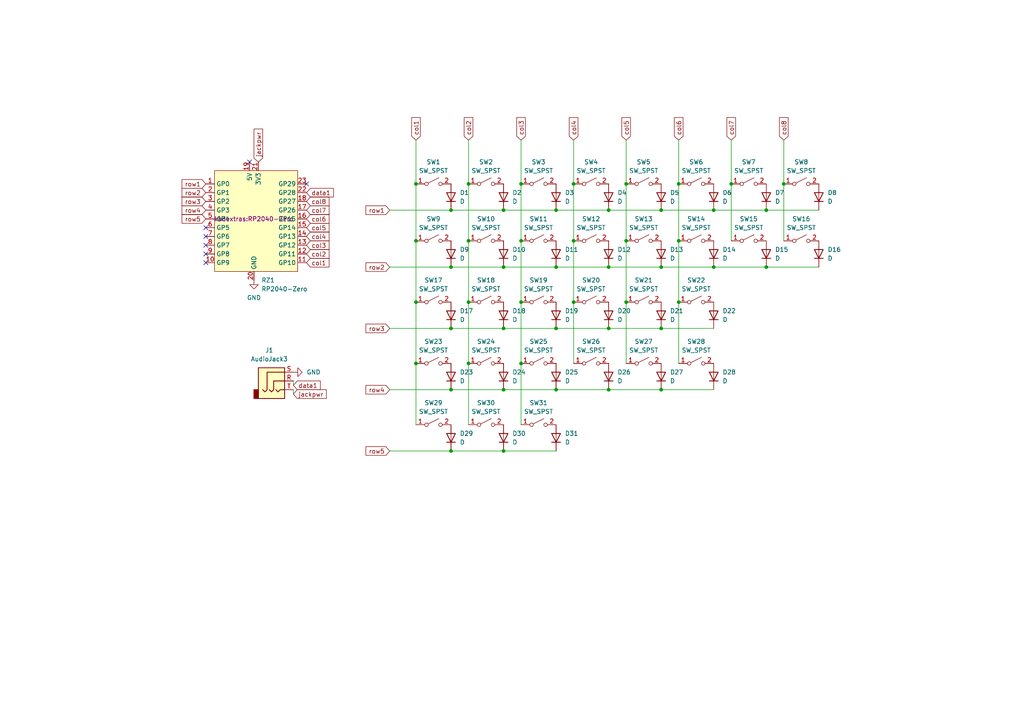
<source format=kicad_sch>
(kicad_sch (version 20250114) (generator "eeschema") (generator_version "9.0")
  (paper "A4")
  (lib_symbols
    (symbol "Connector_Audio:AudioJack3"
      (property "Reference" "J" (at 0 8.89 0))
      (property "Value" "AudioJack3" (at 0 6.35 0))
      (symbol "AudioJack3_0_1"
        (rectangle (start -5.08 -5.08) (end -6.35 -2.54) (stroke (width 0.254)) (fill (type outline)))
        (polyline (pts (xy -1.905 -2.54) (xy -1.27 -3.175) (xy -0.635 -2.54) (xy -0.635 0) (xy 2.54 0)) (stroke (width 0.254)))
        (polyline (pts (xy 0 -2.54) (xy 0.635 -3.175) (xy 1.27 -2.54) (xy 2.54 -2.54)) (stroke (width 0.254)))
        (rectangle (start 2.54 3.81) (end -5.08 -5.08) (stroke (width 0.254)) (fill (type background)))
        (polyline (pts (xy 2.54 2.54) (xy -2.54 2.54) (xy -2.54 -2.54) (xy -3.175 -3.175) (xy -3.81 -2.54)) (stroke (width 0.254)))
      )
      (symbol "AudioJack3_1_1"
        (pin passive line (at 5.08 2.54 180) (length 2.54) (name "~") (number "S"))
        (pin passive line (at 5.08 0 180) (length 2.54) (name "~") (number "R"))
        (pin passive line (at 5.08 -2.54 180) (length 2.54) (name "~") (number "T"))
      )
    )
    (symbol "Device:D" (pin_numbers (hide yes)) (pin_names (offset 1.016) (hide yes))
      (property "Reference" "D" (at 0 2.54 0))
      (property "Value" "D" (at 0 -2.54 0))
      (symbol "D_0_1"
        (polyline (pts (xy -1.27 1.27) (xy -1.27 -1.27)) (stroke (width 0.254)))
        (polyline (pts (xy 1.27 1.27) (xy 1.27 -1.27) (xy -1.27 0) (xy 1.27 1.27)) (stroke (width 0.254)))
        (polyline (pts (xy 1.27 0) (xy -1.27 0)))
      )
      (symbol "D_1_1"
        (pin passive line (at -3.81 0 0) (length 2.54) (name "K") (number "1"))
        (pin passive line (at 3.81 0 180) (length 2.54) (name "A") (number "2"))
      )
    )
    (symbol "Switch:SW_SPST" (pin_names (offset 0) (hide yes))
      (property "Reference" "SW" (at 0 3.175 0))
      (property "Value" "SW_SPST" (at 0 -2.54 0))
      (symbol "SW_SPST_0_0"
        (circle (center -2.032 0) (radius 0.508))
        (polyline (pts (xy -1.524 0.254) (xy 1.524 1.778)))
        (circle (center 2.032 0) (radius 0.508))
      )
      (symbol "SW_SPST_1_1"
        (pin passive line (at -5.08 0 0) (length 2.54) (name "A") (number "1"))
        (pin passive line (at 5.08 0 180) (length 2.54) (name "B") (number "2"))
      )
    )
    (symbol "picos:RP2040-Zero"
      (property "Reference" "RZ" (at 0 0 0))
      (property "Value" "RP2040-Zero" (at 0 -2.54 0))
      (property "Footprint" "RP2040-Zero:RP2040-Zero" (at 0 0 0))
      (symbol "RP2040-Zero_0_1"
        (rectangle (start -11.43 -15.24) (end 12.7 13.97) (fill (type background)))
      )
      (symbol "RP2040-Zero_1_1"
        (pin bidirectional line (at -13.97 10.16 0) (length 2.54) (name "GP0") (number "1"))
        (pin bidirectional line (at -13.97 7.62 0) (length 2.54) (name "GP1") (number "2"))
        (pin bidirectional line (at -13.97 5.08 0) (length 2.54) (name "GP2") (number "3"))
        (pin bidirectional line (at -13.97 2.54 0) (length 2.54) (name "GP3") (number "4"))
        (pin bidirectional line (at -13.97 0 0) (length 2.54) (name "GP4") (number "5"))
        (pin bidirectional line (at -13.97 -2.54 0) (length 2.54) (name "GP5") (number "6"))
        (pin bidirectional line (at -13.97 -5.08 0) (length 2.54) (name "GP6") (number "7"))
        (pin bidirectional line (at -13.97 -7.62 0) (length 2.54) (name "GP7") (number "8"))
        (pin bidirectional line (at -13.97 -10.16 0) (length 2.54) (name "GP8") (number "9"))
        (pin bidirectional line (at -13.97 -12.7 0) (length 2.54) (name "GP9") (number "10"))
        (pin bidirectional line (at -1.27 16.51 270) (length 2.54) (name "5V") (number "19"))
        (pin power_in line (at 0 -17.78 90) (length 2.54) (name "GND") (number "20"))
        (pin power_in line (at 1.27 16.51 270) (length 2.54) (name "3V3") (number "21"))
        (pin bidirectional line (at 15.24 10.16 180) (length 2.54) (name "GP29") (number "23"))
        (pin bidirectional line (at 15.24 7.62 180) (length 2.54) (name "GP28") (number "22"))
        (pin bidirectional line (at 15.24 5.08 180) (length 2.54) (name "GP27") (number "18"))
        (pin bidirectional line (at 15.24 2.54 180) (length 2.54) (name "GP26") (number "17"))
        (pin bidirectional line (at 15.24 0 180) (length 2.54) (name "GP15") (number "16"))
        (pin bidirectional line (at 15.24 -2.54 180) (length 2.54) (name "GP14") (number "15"))
        (pin bidirectional line (at 15.24 -5.08 180) (length 2.54) (name "GP13") (number "14"))
        (pin bidirectional line (at 15.24 -7.62 180) (length 2.54) (name "GP12") (number "13"))
        (pin bidirectional line (at 15.24 -10.16 180) (length 2.54) (name "GP11") (number "12"))
        (pin bidirectional line (at 15.24 -12.7 180) (length 2.54) (name "GP10") (number "11"))
      )
    )
    (symbol "power:GND" (power) (pin_numbers (hide yes)) (pin_names (offset 0) (hide yes))
      (property "Value" "GND" (at 0 -3.81 0))
      (symbol "GND_0_1"
        (polyline (pts (xy 0 0) (xy 0 -1.27) (xy 1.27 -1.27) (xy 0 -2.54) (xy -1.27 -1.27) (xy 0 -1.27)))
      )
      (symbol "GND_1_1"
        (pin power_in line (at 0 0 270) (length 0) (name "~") (number "1"))
      )
    )
  )
  (junction (at 191.77 95.25))
  (junction (at 176.53 95.25))
  (junction (at 222.25 77.47))
  (junction (at 135.89 69.85))
  (junction (at 207.01 77.47))
  (junction (at 181.61 69.85))
  (junction (at 176.53 77.47))
  (junction (at 161.29 60.96))
  (junction (at 227.33 53.34))
  (junction (at 135.89 105.41))
  (junction (at 120.65 69.85))
  (junction (at 181.61 87.63))
  (junction (at 151.13 105.41))
  (junction (at 196.85 87.63))
  (junction (at 135.89 53.34))
  (junction (at 130.81 60.96))
  (junction (at 146.05 130.81))
  (junction (at 146.05 95.25))
  (junction (at 191.77 60.96))
  (junction (at 222.25 60.96))
  (junction (at 166.37 69.85))
  (junction (at 130.81 77.47))
  (junction (at 130.81 95.25))
  (junction (at 176.53 60.96))
  (junction (at 191.77 77.47))
  (junction (at 130.81 113.03))
  (junction (at 161.29 113.03))
  (junction (at 120.65 53.34))
  (junction (at 196.85 69.85))
  (junction (at 191.77 113.03))
  (junction (at 207.01 60.96))
  (junction (at 161.29 77.47))
  (junction (at 135.89 87.63))
  (junction (at 181.61 53.34))
  (junction (at 120.65 105.41))
  (junction (at 146.05 60.96))
  (junction (at 196.85 53.34))
  (junction (at 120.65 87.63))
  (junction (at 176.53 113.03))
  (junction (at 161.29 95.25))
  (junction (at 130.81 130.81))
  (junction (at 146.05 113.03))
  (junction (at 151.13 53.34))
  (junction (at 146.05 77.47))
  (junction (at 151.13 69.85))
  (junction (at 166.37 53.34))
  (junction (at 151.13 87.63))
  (junction (at 212.09 53.34))
  (junction (at 166.37 87.63))
  (no_connect (at 59.69 66.04))
  (no_connect (at 59.69 76.2))
  (no_connect (at 88.9 53.34))
  (no_connect (at 59.69 68.58))
  (no_connect (at 59.69 73.66))
  (no_connect (at 59.69 71.12))
  (no_connect (at 72.39 46.99))
  (wire (pts (xy 113.03 113.03) (xy 130.81 113.03)))
  (wire (pts (xy 166.37 40.64) (xy 166.37 53.34)))
  (wire (pts (xy 212.09 40.64) (xy 212.09 53.34)))
  (wire (pts (xy 151.13 40.64) (xy 151.13 53.34)))
  (wire (pts (xy 146.05 60.96) (xy 161.29 60.96)))
  (wire (pts (xy 161.29 95.25) (xy 176.53 95.25)))
  (wire (pts (xy 176.53 77.47) (xy 191.77 77.47)))
  (wire (pts (xy 191.77 113.03) (xy 207.01 113.03)))
  (wire (pts (xy 120.65 53.34) (xy 120.65 69.85)))
  (wire (pts (xy 191.77 77.47) (xy 207.01 77.47)))
  (wire (pts (xy 135.89 53.34) (xy 135.89 69.85)))
  (wire (pts (xy 135.89 69.85) (xy 135.89 87.63)))
  (wire (pts (xy 151.13 87.63) (xy 151.13 105.41)))
  (wire (pts (xy 227.33 53.34) (xy 227.33 69.85)))
  (wire (pts (xy 135.89 87.63) (xy 135.89 105.41)))
  (wire (pts (xy 113.03 130.81) (xy 130.81 130.81)))
  (wire (pts (xy 130.81 60.96) (xy 146.05 60.96)))
  (wire (pts (xy 222.25 60.96) (xy 237.49 60.96)))
  (wire (pts (xy 181.61 40.64) (xy 181.61 53.34)))
  (wire (pts (xy 151.13 53.34) (xy 151.13 69.85)))
  (wire (pts (xy 227.33 40.64) (xy 227.33 53.34)))
  (wire (pts (xy 85.09 113.03) (xy 85.09 114.3)))
  (wire (pts (xy 222.25 77.47) (xy 237.49 77.47)))
  (wire (pts (xy 151.13 105.41) (xy 151.13 123.19)))
  (wire (pts (xy 176.53 60.96) (xy 191.77 60.96)))
  (wire (pts (xy 196.85 87.63) (xy 196.85 105.41)))
  (wire (pts (xy 135.89 105.41) (xy 135.89 123.19)))
  (wire (pts (xy 196.85 53.34) (xy 196.85 69.85)))
  (wire (pts (xy 146.05 130.81) (xy 161.29 130.81)))
  (wire (pts (xy 120.65 69.85) (xy 120.65 87.63)))
  (wire (pts (xy 130.81 95.25) (xy 146.05 95.25)))
  (wire (pts (xy 181.61 53.34) (xy 181.61 69.85)))
  (wire (pts (xy 166.37 53.34) (xy 166.37 69.85)))
  (wire (pts (xy 196.85 69.85) (xy 196.85 87.63)))
  (wire (pts (xy 176.53 95.25) (xy 191.77 95.25)))
  (wire (pts (xy 161.29 60.96) (xy 176.53 60.96)))
  (wire (pts (xy 120.65 40.64) (xy 120.65 53.34)))
  (wire (pts (xy 196.85 40.64) (xy 196.85 53.34)))
  (wire (pts (xy 146.05 77.47) (xy 161.29 77.47)))
  (wire (pts (xy 146.05 113.03) (xy 161.29 113.03)))
  (wire (pts (xy 130.81 113.03) (xy 146.05 113.03)))
  (wire (pts (xy 191.77 95.25) (xy 207.01 95.25)))
  (wire (pts (xy 161.29 113.03) (xy 176.53 113.03)))
  (wire (pts (xy 120.65 105.41) (xy 120.65 123.19)))
  (wire (pts (xy 166.37 69.85) (xy 166.37 87.63)))
  (wire (pts (xy 176.53 113.03) (xy 191.77 113.03)))
  (wire (pts (xy 212.09 53.34) (xy 212.09 69.85)))
  (wire (pts (xy 151.13 69.85) (xy 151.13 87.63)))
  (wire (pts (xy 85.09 110.49) (xy 85.09 111.76)))
  (wire (pts (xy 207.01 60.96) (xy 222.25 60.96)))
  (wire (pts (xy 113.03 77.47) (xy 130.81 77.47)))
  (wire (pts (xy 130.81 77.47) (xy 146.05 77.47)))
  (wire (pts (xy 181.61 87.63) (xy 181.61 105.41)))
  (wire (pts (xy 135.89 40.64) (xy 135.89 53.34)))
  (wire (pts (xy 146.05 95.25) (xy 161.29 95.25)))
  (wire (pts (xy 113.03 95.25) (xy 130.81 95.25)))
  (wire (pts (xy 120.65 87.63) (xy 120.65 105.41)))
  (wire (pts (xy 130.81 130.81) (xy 146.05 130.81)))
  (wire (pts (xy 161.29 77.47) (xy 176.53 77.47)))
  (wire (pts (xy 166.37 87.63) (xy 166.37 105.41)))
  (wire (pts (xy 181.61 69.85) (xy 181.61 87.63)))
  (wire (pts (xy 191.77 60.96) (xy 207.01 60.96)))
  (wire (pts (xy 207.01 77.47) (xy 222.25 77.47)))
  (wire (pts (xy 113.03 60.96) (xy 130.81 60.96)))
  (global_label "col7" (shape input) (at 212.09 40.64 90) (property "Intersheetrefs" "${INTERSHEET_REFS}" (effects (hide yes))))
  (global_label "row5" (shape input) (at 59.69 63.5 180) (property "Intersheetrefs" "${INTERSHEET_REFS}" (effects (hide yes))))
  (global_label "jackpwr" (shape input) (at 74.93 46.99 90) (property "Intersheetrefs" "${INTERSHEET_REFS}" (effects (hide yes))))
  (global_label "row4" (shape input) (at 59.69 60.96 180) (property "Intersheetrefs" "${INTERSHEET_REFS}" (effects (hide yes))))
  (global_label "col4" (shape input) (at 88.9 68.58 0) (property "Intersheetrefs" "${INTERSHEET_REFS}" (effects (hide yes))))
  (global_label "col5" (shape input) (at 181.61 40.64 90) (property "Intersheetrefs" "${INTERSHEET_REFS}" (effects (hide yes))))
  (global_label "col3" (shape input) (at 151.13 40.64 90) (property "Intersheetrefs" "${INTERSHEET_REFS}" (effects (hide yes))))
  (global_label "jackpwr" (shape input) (at 85.09 114.3 0) (property "Intersheetrefs" "${INTERSHEET_REFS}" (effects (hide yes))))
  (global_label "col2" (shape input) (at 88.9 73.66 0) (property "Intersheetrefs" "${INTERSHEET_REFS}" (effects (hide yes))))
  (global_label "row1" (shape input) (at 113.03 60.96 180) (property "Intersheetrefs" "${INTERSHEET_REFS}" (effects (hide yes))))
  (global_label "col6" (shape input) (at 196.85 40.64 90) (property "Intersheetrefs" "${INTERSHEET_REFS}" (effects (hide yes))))
  (global_label "row3" (shape input) (at 113.03 95.25 180) (property "Intersheetrefs" "${INTERSHEET_REFS}" (effects (hide yes))))
  (global_label "col3" (shape input) (at 88.9 71.12 0) (property "Intersheetrefs" "${INTERSHEET_REFS}" (effects (hide yes))))
  (global_label "col6" (shape input) (at 88.9 63.5 0) (property "Intersheetrefs" "${INTERSHEET_REFS}" (effects (hide yes))))
  (global_label "col1" (shape input) (at 120.65 40.64 90) (property "Intersheetrefs" "${INTERSHEET_REFS}" (effects (hide yes))))
  (global_label "col8" (shape input) (at 88.9 58.42 0) (property "Intersheetrefs" "${INTERSHEET_REFS}" (effects (hide yes))))
  (global_label "col8" (shape input) (at 227.33 40.64 90) (property "Intersheetrefs" "${INTERSHEET_REFS}" (effects (hide yes))))
  (global_label "data1" (shape input) (at 88.9 55.88 0) (property "Intersheetrefs" "${INTERSHEET_REFS}" (effects (hide yes))))
  (global_label "col7" (shape input) (at 88.9 60.96 0) (property "Intersheetrefs" "${INTERSHEET_REFS}" (effects (hide yes))))
  (global_label "col2" (shape input) (at 135.89 40.64 90) (property "Intersheetrefs" "${INTERSHEET_REFS}" (effects (hide yes))))
  (global_label "data1" (shape input) (at 85.09 111.76 0) (property "Intersheetrefs" "${INTERSHEET_REFS}" (effects (hide yes))))
  (global_label "row5" (shape input) (at 113.03 130.81 180) (property "Intersheetrefs" "${INTERSHEET_REFS}" (effects (hide yes))))
  (global_label "row2" (shape input) (at 59.69 55.88 180) (property "Intersheetrefs" "${INTERSHEET_REFS}" (effects (hide yes))))
  (global_label "row2" (shape input) (at 113.03 77.47 180) (property "Intersheetrefs" "${INTERSHEET_REFS}" (effects (hide yes))))
  (global_label "row4" (shape input) (at 113.03 113.03 180) (property "Intersheetrefs" "${INTERSHEET_REFS}" (effects (hide yes))))
  (global_label "col5" (shape input) (at 88.9 66.04 0) (property "Intersheetrefs" "${INTERSHEET_REFS}" (effects (hide yes))))
  (global_label "row3" (shape input) (at 59.69 58.42 180) (property "Intersheetrefs" "${INTERSHEET_REFS}" (effects (hide yes))))
  (global_label "row1" (shape input) (at 59.69 53.34 180) (property "Intersheetrefs" "${INTERSHEET_REFS}" (effects (hide yes))))
  (global_label "col1" (shape input) (at 88.9 76.2 0) (property "Intersheetrefs" "${INTERSHEET_REFS}" (effects (hide yes))))
  (global_label "col4" (shape input) (at 166.37 40.64 90) (property "Intersheetrefs" "${INTERSHEET_REFS}" (effects (hide yes))))
  (symbol (lib_id "power:GND") (at 85.09 107.95 90) (unit 1)
    (property "Reference" "#PWR02" (effects (hide yes)))
    (property "Value" "GND" (at 88.9 107.9499 90) (effects (justify right)))
    (property "Description" "Power symbol creates a global label with name \"GND\" , ground" (effects (hide yes)))
  )
  (symbol (lib_id "Device:D") (at 176.53 73.66 90) (unit 1)
    (property "Reference" "D12" (at 179.07 72.3899 90) (effects (justify right)))
    (property "Value" "D" (at 179.07 74.9299 90) (effects (justify right)))
    (property "Footprint" "kbdextras:1N4148W" (effects (hide yes)))
    (property "Description" "Diode" (effects (hide yes)))
    (property "Sim.Device" "D" (effects (hide yes)))
    (property "Sim.Pins" "1=K 2=A" (effects (hide yes)))
  )
  (symbol (lib_id "Device:D") (at 146.05 127 90) (unit 1)
    (property "Reference" "D30" (at 148.59 125.7299 90) (effects (justify right)))
    (property "Value" "D" (at 148.59 128.2699 90) (effects (justify right)))
    (property "Footprint" "kbdextras:1N4148W" (effects (hide yes)))
    (property "Description" "Diode" (effects (hide yes)))
    (property "Sim.Device" "D" (effects (hide yes)))
    (property "Sim.Pins" "1=K 2=A" (effects (hide yes)))
  )
  (symbol (lib_id "Switch:SW_SPST") (at 156.21 87.63 0) (unit 1)
    (property "Reference" "SW19" (at 156.21 81.28 0))
    (property "Value" "SW_SPST" (at 156.21 83.82 0))
    (property "Footprint" "kbdextras:mx-choc-dual" (effects (hide yes)))
    (property "Description" "Single Pole Single Throw (SPST) switch" (effects (hide yes)))
  )
  (symbol (lib_id "Device:D") (at 222.25 73.66 90) (unit 1)
    (property "Reference" "D15" (at 224.79 72.3899 90) (effects (justify right)))
    (property "Value" "D" (at 224.79 74.9299 90) (effects (justify right)))
    (property "Footprint" "kbdextras:1N4148W" (effects (hide yes)))
    (property "Description" "Diode" (effects (hide yes)))
    (property "Sim.Device" "D" (effects (hide yes)))
    (property "Sim.Pins" "1=K 2=A" (effects (hide yes)))
  )
  (symbol (lib_id "Device:D") (at 161.29 91.44 90) (unit 1)
    (property "Reference" "D19" (at 163.83 90.1699 90) (effects (justify right)))
    (property "Value" "D" (at 163.83 92.7099 90) (effects (justify right)))
    (property "Footprint" "kbdextras:1N4148W" (effects (hide yes)))
    (property "Description" "Diode" (effects (hide yes)))
    (property "Sim.Device" "D" (effects (hide yes)))
    (property "Sim.Pins" "1=K 2=A" (effects (hide yes)))
  )
  (symbol (lib_id "Device:D") (at 191.77 57.15 90) (unit 1)
    (property "Reference" "D5" (at 194.31 55.8799 90) (effects (justify right)))
    (property "Value" "D" (at 194.31 58.4199 90) (effects (justify right)))
    (property "Footprint" "kbdextras:1N4148W" (effects (hide yes)))
    (property "Description" "Diode" (effects (hide yes)))
    (property "Sim.Device" "D" (effects (hide yes)))
    (property "Sim.Pins" "1=K 2=A" (effects (hide yes)))
  )
  (symbol (lib_id "Switch:SW_SPST") (at 140.97 87.63 0) (unit 1)
    (property "Reference" "SW18" (at 140.97 81.28 0))
    (property "Value" "SW_SPST" (at 140.97 83.82 0))
    (property "Footprint" "kbdextras:mx-choc-dual" (effects (hide yes)))
    (property "Description" "Single Pole Single Throw (SPST) switch" (effects (hide yes)))
  )
  (symbol (lib_id "Device:D") (at 146.05 109.22 90) (unit 1)
    (property "Reference" "D24" (at 148.59 107.9499 90) (effects (justify right)))
    (property "Value" "D" (at 148.59 110.4899 90) (effects (justify right)))
    (property "Footprint" "kbdextras:1N4148W" (effects (hide yes)))
    (property "Description" "Diode" (effects (hide yes)))
    (property "Sim.Device" "D" (effects (hide yes)))
    (property "Sim.Pins" "1=K 2=A" (effects (hide yes)))
  )
  (symbol (lib_id "Device:D") (at 130.81 57.15 90) (unit 1)
    (property "Reference" "D1" (at 133.35 55.8799 90) (effects (justify right)))
    (property "Value" "D" (at 133.35 58.4199 90) (effects (justify right)))
    (property "Footprint" "kbdextras:1N4148W" (effects (hide yes)))
    (property "Description" "Diode" (effects (hide yes)))
    (property "Sim.Device" "D" (effects (hide yes)))
    (property "Sim.Pins" "1=K 2=A" (effects (hide yes)))
  )
  (symbol (lib_id "Device:D") (at 130.81 109.22 90) (unit 1)
    (property "Reference" "D23" (at 133.35 107.9499 90) (effects (justify right)))
    (property "Value" "D" (at 133.35 110.4899 90) (effects (justify right)))
    (property "Footprint" "kbdextras:1N4148W" (effects (hide yes)))
    (property "Description" "Diode" (effects (hide yes)))
    (property "Sim.Device" "D" (effects (hide yes)))
    (property "Sim.Pins" "1=K 2=A" (effects (hide yes)))
  )
  (symbol (lib_id "Switch:SW_SPST") (at 217.17 69.85 0) (unit 1)
    (property "Reference" "SW15" (at 217.17 63.5 0))
    (property "Value" "SW_SPST" (at 217.17 66.04 0))
    (property "Footprint" "kbdextras:mx-choc-dual" (effects (hide yes)))
    (property "Description" "Single Pole Single Throw (SPST) switch" (effects (hide yes)))
  )
  (symbol (lib_id "Switch:SW_SPST") (at 171.45 53.34 0) (unit 1)
    (property "Reference" "SW4" (at 171.45 46.99 0))
    (property "Value" "SW_SPST" (at 171.45 49.53 0))
    (property "Footprint" "kbdextras:mx-choc-dual" (effects (hide yes)))
    (property "Description" "Single Pole Single Throw (SPST) switch" (effects (hide yes)))
  )
  (symbol (lib_id "Switch:SW_SPST") (at 140.97 105.41 0) (unit 1)
    (property "Reference" "SW24" (at 140.97 99.06 0))
    (property "Value" "SW_SPST" (at 140.97 101.6 0))
    (property "Footprint" "kbdextras:mx-choc-dual" (effects (hide yes)))
    (property "Description" "Single Pole Single Throw (SPST) switch" (effects (hide yes)))
  )
  (symbol (lib_id "Switch:SW_SPST") (at 232.41 69.85 0) (unit 1)
    (property "Reference" "SW16" (at 232.41 63.5 0))
    (property "Value" "SW_SPST" (at 232.41 66.04 0))
    (property "Footprint" "kbdextras:mx-choc-dual" (effects (hide yes)))
    (property "Description" "Single Pole Single Throw (SPST) switch" (effects (hide yes)))
  )
  (symbol (lib_id "Device:D") (at 161.29 73.66 90) (unit 1)
    (property "Reference" "D11" (at 163.83 72.3899 90) (effects (justify right)))
    (property "Value" "D" (at 163.83 74.9299 90) (effects (justify right)))
    (property "Footprint" "kbdextras:1N4148W" (effects (hide yes)))
    (property "Description" "Diode" (effects (hide yes)))
    (property "Sim.Device" "D" (effects (hide yes)))
    (property "Sim.Pins" "1=K 2=A" (effects (hide yes)))
  )
  (symbol (lib_id "Switch:SW_SPST") (at 186.69 53.34 0) (unit 1)
    (property "Reference" "SW5" (at 186.69 46.99 0))
    (property "Value" "SW_SPST" (at 186.69 49.53 0))
    (property "Footprint" "kbdextras:mx-choc-dual" (effects (hide yes)))
    (property "Description" "Single Pole Single Throw (SPST) switch" (effects (hide yes)))
  )
  (symbol (lib_id "Switch:SW_SPST") (at 125.73 123.19 0) (unit 1)
    (property "Reference" "SW29" (at 125.73 116.84 0))
    (property "Value" "SW_SPST" (at 125.73 119.38 0))
    (property "Footprint" "kbdextras:mx-choc-dual" (effects (hide yes)))
    (property "Description" "Single Pole Single Throw (SPST) switch" (effects (hide yes)))
  )
  (symbol (lib_id "power:GND") (at 73.66 81.28 0) (unit 1)
    (property "Reference" "#PWR01" (effects (hide yes)))
    (property "Value" "GND" (at 73.66 86.36 0))
    (property "Description" "Power symbol creates a global label with name \"GND\" , ground" (effects (hide yes)))
  )
  (symbol (lib_id "Device:D") (at 176.53 57.15 90) (unit 1)
    (property "Reference" "D4" (at 179.07 55.8799 90) (effects (justify right)))
    (property "Value" "D" (at 179.07 58.4199 90) (effects (justify right)))
    (property "Footprint" "kbdextras:1N4148W" (effects (hide yes)))
    (property "Description" "Diode" (effects (hide yes)))
    (property "Sim.Device" "D" (effects (hide yes)))
    (property "Sim.Pins" "1=K 2=A" (effects (hide yes)))
  )
  (symbol (lib_id "Device:D") (at 191.77 73.66 90) (unit 1)
    (property "Reference" "D13" (at 194.31 72.3899 90) (effects (justify right)))
    (property "Value" "D" (at 194.31 74.9299 90) (effects (justify right)))
    (property "Footprint" "kbdextras:1N4148W" (effects (hide yes)))
    (property "Description" "Diode" (effects (hide yes)))
    (property "Sim.Device" "D" (effects (hide yes)))
    (property "Sim.Pins" "1=K 2=A" (effects (hide yes)))
  )
  (symbol (lib_id "Device:D") (at 130.81 91.44 90) (unit 1)
    (property "Reference" "D17" (at 133.35 90.1699 90) (effects (justify right)))
    (property "Value" "D" (at 133.35 92.7099 90) (effects (justify right)))
    (property "Footprint" "kbdextras:1N4148W" (effects (hide yes)))
    (property "Description" "Diode" (effects (hide yes)))
    (property "Sim.Device" "D" (effects (hide yes)))
    (property "Sim.Pins" "1=K 2=A" (effects (hide yes)))
  )
  (symbol (lib_id "Device:D") (at 207.01 109.22 90) (unit 1)
    (property "Reference" "D28" (at 209.55 107.9499 90) (effects (justify right)))
    (property "Value" "D" (at 209.55 110.4899 90) (effects (justify right)))
    (property "Footprint" "kbdextras:1N4148W" (effects (hide yes)))
    (property "Description" "Diode" (effects (hide yes)))
    (property "Sim.Device" "D" (effects (hide yes)))
    (property "Sim.Pins" "1=K 2=A" (effects (hide yes)))
  )
  (symbol (lib_id "Switch:SW_SPST") (at 217.17 53.34 0) (unit 1)
    (property "Reference" "SW7" (at 217.17 46.99 0))
    (property "Value" "SW_SPST" (at 217.17 49.53 0))
    (property "Footprint" "kbdextras:mx-choc-dual" (effects (hide yes)))
    (property "Description" "Single Pole Single Throw (SPST) switch" (effects (hide yes)))
  )
  (symbol (lib_id "Switch:SW_SPST") (at 125.73 69.85 0) (unit 1)
    (property "Reference" "SW9" (at 125.73 63.5 0))
    (property "Value" "SW_SPST" (at 125.73 66.04 0))
    (property "Footprint" "kbdextras:mx-choc-dual" (effects (hide yes)))
    (property "Description" "Single Pole Single Throw (SPST) switch" (effects (hide yes)))
  )
  (symbol (lib_id "Device:D") (at 161.29 109.22 90) (unit 1)
    (property "Reference" "D25" (at 163.83 107.9499 90) (effects (justify right)))
    (property "Value" "D" (at 163.83 110.4899 90) (effects (justify right)))
    (property "Footprint" "kbdextras:1N4148W" (effects (hide yes)))
    (property "Description" "Diode" (effects (hide yes)))
    (property "Sim.Device" "D" (effects (hide yes)))
    (property "Sim.Pins" "1=K 2=A" (effects (hide yes)))
  )
  (symbol (lib_id "Switch:SW_SPST") (at 201.93 87.63 0) (unit 1)
    (property "Reference" "SW22" (at 201.93 81.28 0))
    (property "Value" "SW_SPST" (at 201.93 83.82 0))
    (property "Footprint" "kbdextras:mx-choc-dual" (effects (hide yes)))
    (property "Description" "Single Pole Single Throw (SPST) switch" (effects (hide yes)))
  )
  (symbol (lib_id "Switch:SW_SPST") (at 171.45 87.63 0) (unit 1)
    (property "Reference" "SW20" (at 171.45 81.28 0))
    (property "Value" "SW_SPST" (at 171.45 83.82 0))
    (property "Footprint" "kbdextras:mx-choc-dual" (effects (hide yes)))
    (property "Description" "Single Pole Single Throw (SPST) switch" (effects (hide yes)))
  )
  (symbol (lib_id "Device:D") (at 161.29 57.15 90) (unit 1)
    (property "Reference" "D3" (at 163.83 55.8799 90) (effects (justify right)))
    (property "Value" "D" (at 163.83 58.4199 90) (effects (justify right)))
    (property "Footprint" "kbdextras:1N4148W" (effects (hide yes)))
    (property "Description" "Diode" (effects (hide yes)))
    (property "Sim.Device" "D" (effects (hide yes)))
    (property "Sim.Pins" "1=K 2=A" (effects (hide yes)))
  )
  (symbol (lib_id "Switch:SW_SPST") (at 125.73 53.34 0) (unit 1)
    (property "Reference" "SW1" (at 125.73 46.99 0))
    (property "Value" "SW_SPST" (at 125.73 49.53 0))
    (property "Footprint" "kbdextras:mx-choc-dual" (effects (hide yes)))
    (property "Description" "Single Pole Single Throw (SPST) switch" (effects (hide yes)))
  )
  (symbol (lib_id "Device:D") (at 207.01 57.15 90) (unit 1)
    (property "Reference" "D6" (at 209.55 55.8799 90) (effects (justify right)))
    (property "Value" "D" (at 209.55 58.4199 90) (effects (justify right)))
    (property "Footprint" "kbdextras:1N4148W" (effects (hide yes)))
    (property "Description" "Diode" (effects (hide yes)))
    (property "Sim.Device" "D" (effects (hide yes)))
    (property "Sim.Pins" "1=K 2=A" (effects (hide yes)))
  )
  (symbol (lib_id "Switch:SW_SPST") (at 186.69 87.63 0) (unit 1)
    (property "Reference" "SW21" (at 186.69 81.28 0))
    (property "Value" "SW_SPST" (at 186.69 83.82 0))
    (property "Footprint" "kbdextras:mx-choc-dual" (effects (hide yes)))
    (property "Description" "Single Pole Single Throw (SPST) switch" (effects (hide yes)))
  )
  (symbol (lib_id "Switch:SW_SPST") (at 186.69 69.85 0) (unit 1)
    (property "Reference" "SW13" (at 186.69 63.5 0))
    (property "Value" "SW_SPST" (at 186.69 66.04 0))
    (property "Footprint" "kbdextras:mx-choc-dual" (effects (hide yes)))
    (property "Description" "Single Pole Single Throw (SPST) switch" (effects (hide yes)))
  )
  (symbol (lib_id "Device:D") (at 237.49 57.15 90) (unit 1)
    (property "Reference" "D8" (at 240.03 55.8799 90) (effects (justify right)))
    (property "Value" "D" (at 240.03 58.4199 90) (effects (justify right)))
    (property "Footprint" "kbdextras:1N4148W" (effects (hide yes)))
    (property "Description" "Diode" (effects (hide yes)))
    (property "Sim.Device" "D" (effects (hide yes)))
    (property "Sim.Pins" "1=K 2=A" (effects (hide yes)))
  )
  (symbol (lib_id "Device:D") (at 207.01 91.44 90) (unit 1)
    (property "Reference" "D22" (at 209.55 90.1699 90) (effects (justify right)))
    (property "Value" "D" (at 209.55 92.7099 90) (effects (justify right)))
    (property "Footprint" "kbdextras:1N4148W" (effects (hide yes)))
    (property "Description" "Diode" (effects (hide yes)))
    (property "Sim.Device" "D" (effects (hide yes)))
    (property "Sim.Pins" "1=K 2=A" (effects (hide yes)))
  )
  (symbol (lib_id "Device:D") (at 176.53 91.44 90) (unit 1)
    (property "Reference" "D20" (at 179.07 90.1699 90) (effects (justify right)))
    (property "Value" "D" (at 179.07 92.7099 90) (effects (justify right)))
    (property "Footprint" "kbdextras:1N4148W" (effects (hide yes)))
    (property "Description" "Diode" (effects (hide yes)))
    (property "Sim.Device" "D" (effects (hide yes)))
    (property "Sim.Pins" "1=K 2=A" (effects (hide yes)))
  )
  (symbol (lib_id "Switch:SW_SPST") (at 156.21 105.41 0) (unit 1)
    (property "Reference" "SW25" (at 156.21 99.06 0))
    (property "Value" "SW_SPST" (at 156.21 101.6 0))
    (property "Footprint" "kbdextras:mx-choc-dual" (effects (hide yes)))
    (property "Description" "Single Pole Single Throw (SPST) switch" (effects (hide yes)))
  )
  (symbol (lib_id "Switch:SW_SPST") (at 125.73 87.63 0) (unit 1)
    (property "Reference" "SW17" (at 125.73 81.28 0))
    (property "Value" "SW_SPST" (at 125.73 83.82 0))
    (property "Footprint" "kbdextras:mx-choc-dual" (effects (hide yes)))
    (property "Description" "Single Pole Single Throw (SPST) switch" (effects (hide yes)))
  )
  (symbol (lib_id "Device:D") (at 146.05 91.44 90) (unit 1)
    (property "Reference" "D18" (at 148.59 90.1699 90) (effects (justify right)))
    (property "Value" "D" (at 148.59 92.7099 90) (effects (justify right)))
    (property "Footprint" "kbdextras:1N4148W" (effects (hide yes)))
    (property "Description" "Diode" (effects (hide yes)))
    (property "Sim.Device" "D" (effects (hide yes)))
    (property "Sim.Pins" "1=K 2=A" (effects (hide yes)))
  )
  (symbol (lib_id "Switch:SW_SPST") (at 140.97 53.34 0) (unit 1)
    (property "Reference" "SW2" (at 140.97 46.99 0))
    (property "Value" "SW_SPST" (at 140.97 49.53 0))
    (property "Footprint" "kbdextras:mx-choc-dual" (effects (hide yes)))
    (property "Description" "Single Pole Single Throw (SPST) switch" (effects (hide yes)))
  )
  (symbol (lib_id "picos:RP2040-Zero") (at 73.66 63.5 0) (unit 1)
    (property "Reference" "RZ1" (at 75.8033 81.28 0) (effects (justify left)))
    (property "Value" "RP2040-Zero" (at 75.8033 83.82 0) (effects (justify left)))
    (property "Footprint" "kbdextras:RP2040-Zero" (at 73.66 63.5 0))
  )
  (symbol (lib_id "Switch:SW_SPST") (at 140.97 69.85 0) (unit 1)
    (property "Reference" "SW10" (at 140.97 63.5 0))
    (property "Value" "SW_SPST" (at 140.97 66.04 0))
    (property "Footprint" "kbdextras:mx-choc-dual" (effects (hide yes)))
    (property "Description" "Single Pole Single Throw (SPST) switch" (effects (hide yes)))
  )
  (symbol (lib_id "Switch:SW_SPST") (at 156.21 69.85 0) (unit 1)
    (property "Reference" "SW11" (at 156.21 63.5 0))
    (property "Value" "SW_SPST" (at 156.21 66.04 0))
    (property "Footprint" "kbdextras:mx-choc-dual" (effects (hide yes)))
    (property "Description" "Single Pole Single Throw (SPST) switch" (effects (hide yes)))
  )
  (symbol (lib_id "Device:D") (at 237.49 73.66 90) (unit 1)
    (property "Reference" "D16" (at 240.03 72.3899 90) (effects (justify right)))
    (property "Value" "D" (at 240.03 74.9299 90) (effects (justify right)))
    (property "Footprint" "kbdextras:1N4148W" (effects (hide yes)))
    (property "Description" "Diode" (effects (hide yes)))
    (property "Sim.Device" "D" (effects (hide yes)))
    (property "Sim.Pins" "1=K 2=A" (effects (hide yes)))
  )
  (symbol (lib_id "Switch:SW_SPST") (at 171.45 69.85 0) (unit 1)
    (property "Reference" "SW12" (at 171.45 63.5 0))
    (property "Value" "SW_SPST" (at 171.45 66.04 0))
    (property "Footprint" "kbdextras:mx-choc-dual" (effects (hide yes)))
    (property "Description" "Single Pole Single Throw (SPST) switch" (effects (hide yes)))
  )
  (symbol (lib_id "Device:D") (at 191.77 109.22 90) (unit 1)
    (property "Reference" "D27" (at 194.31 107.9499 90) (effects (justify right)))
    (property "Value" "D" (at 194.31 110.4899 90) (effects (justify right)))
    (property "Footprint" "kbdextras:1N4148W" (effects (hide yes)))
    (property "Description" "Diode" (effects (hide yes)))
    (property "Sim.Device" "D" (effects (hide yes)))
    (property "Sim.Pins" "1=K 2=A" (effects (hide yes)))
  )
  (symbol (lib_id "Switch:SW_SPST") (at 201.93 53.34 0) (unit 1)
    (property "Reference" "SW6" (at 201.93 46.99 0))
    (property "Value" "SW_SPST" (at 201.93 49.53 0))
    (property "Footprint" "kbdextras:mx-choc-dual" (effects (hide yes)))
    (property "Description" "Single Pole Single Throw (SPST) switch" (effects (hide yes)))
  )
  (symbol (lib_id "Device:D") (at 176.53 109.22 90) (unit 1)
    (property "Reference" "D26" (at 179.07 107.9499 90) (effects (justify right)))
    (property "Value" "D" (at 179.07 110.4899 90) (effects (justify right)))
    (property "Footprint" "kbdextras:1N4148W" (effects (hide yes)))
    (property "Description" "Diode" (effects (hide yes)))
    (property "Sim.Device" "D" (effects (hide yes)))
    (property "Sim.Pins" "1=K 2=A" (effects (hide yes)))
  )
  (symbol (lib_id "Switch:SW_SPST") (at 232.41 53.34 0) (unit 1)
    (property "Reference" "SW8" (at 232.41 46.99 0))
    (property "Value" "SW_SPST" (at 232.41 49.53 0))
    (property "Footprint" "kbdextras:mx-choc-dual" (effects (hide yes)))
    (property "Description" "Single Pole Single Throw (SPST) switch" (effects (hide yes)))
  )
  (symbol (lib_id "Switch:SW_SPST") (at 171.45 105.41 0) (unit 1)
    (property "Reference" "SW26" (at 171.45 99.06 0))
    (property "Value" "SW_SPST" (at 171.45 101.6 0))
    (property "Footprint" "kbdextras:mx-choc-dual" (effects (hide yes)))
    (property "Description" "Single Pole Single Throw (SPST) switch" (effects (hide yes)))
  )
  (symbol (lib_id "Device:D") (at 146.05 57.15 90) (unit 1)
    (property "Reference" "D2" (at 148.59 55.8799 90) (effects (justify right)))
    (property "Value" "D" (at 148.59 58.4199 90) (effects (justify right)))
    (property "Footprint" "kbdextras:1N4148W" (effects (hide yes)))
    (property "Description" "Diode" (effects (hide yes)))
    (property "Sim.Device" "D" (effects (hide yes)))
    (property "Sim.Pins" "1=K 2=A" (effects (hide yes)))
  )
  (symbol (lib_id "Switch:SW_SPST") (at 140.97 123.19 0) (unit 1)
    (property "Reference" "SW30" (at 140.97 116.84 0))
    (property "Value" "SW_SPST" (at 140.97 119.38 0))
    (property "Footprint" "kbdextras:mx-choc-dual" (effects (hide yes)))
    (property "Description" "Single Pole Single Throw (SPST) switch" (effects (hide yes)))
  )
  (symbol (lib_id "Device:D") (at 207.01 73.66 90) (unit 1)
    (property "Reference" "D14" (at 209.55 72.3899 90) (effects (justify right)))
    (property "Value" "D" (at 209.55 74.9299 90) (effects (justify right)))
    (property "Footprint" "kbdextras:1N4148W" (effects (hide yes)))
    (property "Description" "Diode" (effects (hide yes)))
    (property "Sim.Device" "D" (effects (hide yes)))
    (property "Sim.Pins" "1=K 2=A" (effects (hide yes)))
  )
  (symbol (lib_id "Device:D") (at 130.81 127 90) (unit 1)
    (property "Reference" "D29" (at 133.35 125.7299 90) (effects (justify right)))
    (property "Value" "D" (at 133.35 128.2699 90) (effects (justify right)))
    (property "Footprint" "kbdextras:1N4148W" (effects (hide yes)))
    (property "Description" "Diode" (effects (hide yes)))
    (property "Sim.Device" "D" (effects (hide yes)))
    (property "Sim.Pins" "1=K 2=A" (effects (hide yes)))
  )
  (symbol (lib_id "Device:D") (at 161.29 127 90) (unit 1)
    (property "Reference" "D31" (at 163.83 125.7299 90) (effects (justify right)))
    (property "Value" "D" (at 163.83 128.2699 90) (effects (justify right)))
    (property "Footprint" "kbdextras:1N4148W" (effects (hide yes)))
    (property "Description" "Diode" (effects (hide yes)))
    (property "Sim.Device" "D" (effects (hide yes)))
    (property "Sim.Pins" "1=K 2=A" (effects (hide yes)))
  )
  (symbol (lib_id "Switch:SW_SPST") (at 201.93 105.41 0) (unit 1)
    (property "Reference" "SW28" (at 201.93 99.06 0))
    (property "Value" "SW_SPST" (at 201.93 101.6 0))
    (property "Footprint" "kbdextras:mx-choc-dual" (effects (hide yes)))
    (property "Description" "Single Pole Single Throw (SPST) switch" (effects (hide yes)))
  )
  (symbol (lib_id "Switch:SW_SPST") (at 201.93 69.85 0) (unit 1)
    (property "Reference" "SW14" (at 201.93 63.5 0))
    (property "Value" "SW_SPST" (at 201.93 66.04 0))
    (property "Footprint" "kbdextras:mx-choc-dual" (effects (hide yes)))
    (property "Description" "Single Pole Single Throw (SPST) switch" (effects (hide yes)))
  )
  (symbol (lib_id "Connector_Audio:AudioJack3") (at 80.01 110.49 0) (unit 1)
    (property "Reference" "J1" (at 78.105 101.6 0))
    (property "Value" "AudioJack3" (at 78.105 104.14 0))
    (property "Footprint" "kbdextras:STX-3000" (effects (hide yes)))
    (property "Description" "Audio Jack, 3 Poles (Stereo / TRS)" (effects (hide yes)))
  )
  (symbol (lib_id "Switch:SW_SPST") (at 156.21 123.19 0) (unit 1)
    (property "Reference" "SW31" (at 156.21 116.84 0))
    (property "Value" "SW_SPST" (at 156.21 119.38 0))
    (property "Footprint" "kbdextras:mx-choc-dual" (effects (hide yes)))
    (property "Description" "Single Pole Single Throw (SPST) switch" (effects (hide yes)))
  )
  (symbol (lib_id "Device:D") (at 191.77 91.44 90) (unit 1)
    (property "Reference" "D21" (at 194.31 90.1699 90) (effects (justify right)))
    (property "Value" "D" (at 194.31 92.7099 90) (effects (justify right)))
    (property "Footprint" "kbdextras:1N4148W" (effects (hide yes)))
    (property "Description" "Diode" (effects (hide yes)))
    (property "Sim.Device" "D" (effects (hide yes)))
    (property "Sim.Pins" "1=K 2=A" (effects (hide yes)))
  )
  (symbol (lib_id "Device:D") (at 130.81 73.66 90) (unit 1)
    (property "Reference" "D9" (at 133.35 72.3899 90) (effects (justify right)))
    (property "Value" "D" (at 133.35 74.9299 90) (effects (justify right)))
    (property "Footprint" "kbdextras:1N4148W" (effects (hide yes)))
    (property "Description" "Diode" (effects (hide yes)))
    (property "Sim.Device" "D" (effects (hide yes)))
    (property "Sim.Pins" "1=K 2=A" (effects (hide yes)))
  )
  (symbol (lib_id "Switch:SW_SPST") (at 156.21 53.34 0) (unit 1)
    (property "Reference" "SW3" (at 156.21 46.99 0))
    (property "Value" "SW_SPST" (at 156.21 49.53 0))
    (property "Footprint" "kbdextras:mx-choc-dual" (effects (hide yes)))
    (property "Description" "Single Pole Single Throw (SPST) switch" (effects (hide yes)))
  )
  (symbol (lib_id "Switch:SW_SPST") (at 125.73 105.41 0) (unit 1)
    (property "Reference" "SW23" (at 125.73 99.06 0))
    (property "Value" "SW_SPST" (at 125.73 101.6 0))
    (property "Footprint" "kbdextras:mx-choc-dual" (effects (hide yes)))
    (property "Description" "Single Pole Single Throw (SPST) switch" (effects (hide yes)))
  )
  (symbol (lib_id "Switch:SW_SPST") (at 186.69 105.41 0) (unit 1)
    (property "Reference" "SW27" (at 186.69 99.06 0))
    (property "Value" "SW_SPST" (at 186.69 101.6 0))
    (property "Footprint" "kbdextras:mx-choc-dual" (effects (hide yes)))
    (property "Description" "Single Pole Single Throw (SPST) switch" (effects (hide yes)))
  )
  (symbol (lib_id "Device:D") (at 222.25 57.15 90) (unit 1)
    (property "Reference" "D7" (at 224.79 55.8799 90) (effects (justify right)))
    (property "Value" "D" (at 224.79 58.4199 90) (effects (justify right)))
    (property "Footprint" "kbdextras:1N4148W" (effects (hide yes)))
    (property "Description" "Diode" (effects (hide yes)))
    (property "Sim.Device" "D" (effects (hide yes)))
    (property "Sim.Pins" "1=K 2=A" (effects (hide yes)))
  )
  (symbol (lib_id "Device:D") (at 146.05 73.66 90) (unit 1)
    (property "Reference" "D10" (at 148.59 72.3899 90) (effects (justify right)))
    (property "Value" "D" (at 148.59 74.9299 90) (effects (justify right)))
    (property "Footprint" "kbdextras:1N4148W" (effects (hide yes)))
    (property "Description" "Diode" (effects (hide yes)))
    (property "Sim.Device" "D" (effects (hide yes)))
    (property "Sim.Pins" "1=K 2=A" (effects (hide yes)))
  )
)
</source>
